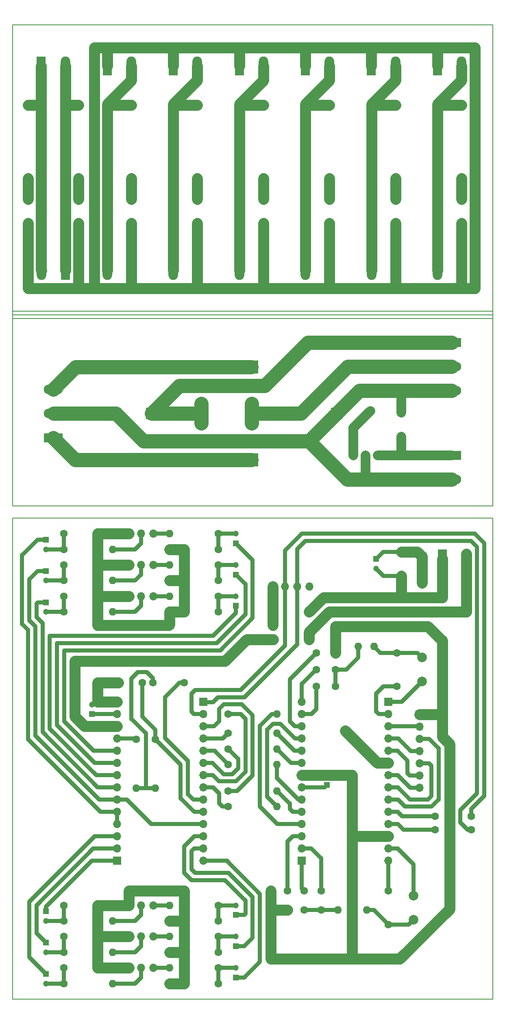
<source format=gbr>
%TF.GenerationSoftware,KiCad,Pcbnew,(6.0.9)*%
%TF.CreationDate,2022-12-30T20:19:07-03:00*%
%TF.ProjectId,Controller - Power Supply - Outputs,436f6e74-726f-46c6-9c65-72202d20506f,rev?*%
%TF.SameCoordinates,Original*%
%TF.FileFunction,Copper,L1,Top*%
%TF.FilePolarity,Positive*%
%FSLAX46Y46*%
G04 Gerber Fmt 4.6, Leading zero omitted, Abs format (unit mm)*
G04 Created by KiCad (PCBNEW (6.0.9)) date 2022-12-30 20:19:07*
%MOMM*%
%LPD*%
G01*
G04 APERTURE LIST*
%TA.AperFunction,NonConductor*%
%ADD10C,0.200000*%
%TD*%
%TA.AperFunction,ComponentPad*%
%ADD11R,1.200000X1.200000*%
%TD*%
%TA.AperFunction,ComponentPad*%
%ADD12C,1.200000*%
%TD*%
%TA.AperFunction,ComponentPad*%
%ADD13R,1.600000X1.600000*%
%TD*%
%TA.AperFunction,ComponentPad*%
%ADD14C,1.600000*%
%TD*%
%TA.AperFunction,ComponentPad*%
%ADD15R,3.960000X1.980000*%
%TD*%
%TA.AperFunction,ComponentPad*%
%ADD16O,3.960000X1.980000*%
%TD*%
%TA.AperFunction,ComponentPad*%
%ADD17O,1.600000X1.600000*%
%TD*%
%TA.AperFunction,ComponentPad*%
%ADD18R,2.800000X2.800000*%
%TD*%
%TA.AperFunction,ComponentPad*%
%ADD19O,2.800000X2.800000*%
%TD*%
%TA.AperFunction,ComponentPad*%
%ADD20R,1.980000X3.960000*%
%TD*%
%TA.AperFunction,ComponentPad*%
%ADD21O,1.980000X3.960000*%
%TD*%
%TA.AperFunction,ComponentPad*%
%ADD22R,1.700000X1.700000*%
%TD*%
%TA.AperFunction,ComponentPad*%
%ADD23O,1.700000X1.700000*%
%TD*%
%TA.AperFunction,ComponentPad*%
%ADD24C,2.000000*%
%TD*%
%TA.AperFunction,ComponentPad*%
%ADD25R,1.500000X1.500000*%
%TD*%
%TA.AperFunction,ComponentPad*%
%ADD26C,1.500000*%
%TD*%
%TA.AperFunction,ComponentPad*%
%ADD27R,2.400000X2.400000*%
%TD*%
%TA.AperFunction,ComponentPad*%
%ADD28C,2.400000*%
%TD*%
%TA.AperFunction,ViaPad*%
%ADD29C,1.600000*%
%TD*%
%TA.AperFunction,Conductor*%
%ADD30C,0.850000*%
%TD*%
%TA.AperFunction,Conductor*%
%ADD31C,2.250000*%
%TD*%
%TA.AperFunction,Conductor*%
%ADD32C,3.000000*%
%TD*%
%TA.AperFunction,Conductor*%
%ADD33C,2.000000*%
%TD*%
G04 APERTURE END LIST*
D10*
X55250000Y-134250000D02*
X155250000Y-134250000D01*
X155250000Y-134250000D02*
X155250000Y-234250000D01*
X155250000Y-234250000D02*
X55250000Y-234250000D01*
X55250000Y-234250000D02*
X55250000Y-134250000D01*
X155250000Y-91250000D02*
X55250000Y-91250000D01*
X155250000Y-92000000D02*
X55250000Y-92000000D01*
X155250000Y-92750000D02*
X55250000Y-92750000D01*
X55250000Y-31750000D02*
X155250000Y-31750000D01*
X155250000Y-31750000D02*
X155250000Y-131750000D01*
X155250000Y-131750000D02*
X55250000Y-131750000D01*
X55250000Y-131750000D02*
X55250000Y-31750000D01*
D11*
%TO.P,REF\u002A\u002A,1*%
%TO.N,N/C*%
X120750000Y-189750000D03*
D12*
%TO.P,REF\u002A\u002A,2*%
X120750000Y-187750000D03*
%TD*%
D13*
%TO.P,REF\u002A\u002A,1*%
%TO.N,N/C*%
X136250000Y-112347349D03*
D14*
%TO.P,REF\u002A\u002A,2*%
X136250000Y-117347349D03*
%TD*%
D15*
%TO.P,REF\u002A\u002A,1*%
%TO.N,N/C*%
X146750000Y-121235000D03*
D16*
%TO.P,REF\u002A\u002A,2*%
X146750000Y-126235000D03*
%TD*%
D14*
%TO.P,REF\u002A\u002A,1*%
%TO.N,N/C*%
X98080000Y-214750000D03*
D17*
%TO.P,REF\u002A\u002A,2*%
X87920000Y-214750000D03*
%TD*%
D15*
%TO.P,REF\u002A\u002A,1*%
%TO.N,N/C*%
X63740000Y-117545000D03*
D16*
%TO.P,REF\u002A\u002A,2*%
X63740000Y-112545000D03*
%TO.P,REF\u002A\u002A,3*%
X63740000Y-107545000D03*
%TD*%
D14*
%TO.P,REF\u002A\u002A,1*%
%TO.N,N/C*%
X148750000Y-63620000D03*
D17*
%TO.P,REF\u002A\u002A,2*%
X148750000Y-48380000D03*
%TD*%
D18*
%TO.P,REF\u002A\u002A,1*%
%TO.N,N/C*%
X105012755Y-122125000D03*
D19*
%TO.P,REF\u002A\u002A,2*%
X105012755Y-114505000D03*
%TD*%
D11*
%TO.P,REF\u002A\u002A,1*%
%TO.N,N/C*%
X101750000Y-223250000D03*
D12*
%TO.P,REF\u002A\u002A,2*%
X101750000Y-221250000D03*
%TD*%
D14*
%TO.P,REF\u002A\u002A,1*%
%TO.N,N/C*%
X121250000Y-63620000D03*
D17*
%TO.P,REF\u002A\u002A,2*%
X121250000Y-48380000D03*
%TD*%
D20*
%TO.P,REF\u002A\u002A,1*%
%TO.N,N/C*%
X129985000Y-40250000D03*
D21*
%TO.P,REF\u002A\u002A,2*%
X134985000Y-40250000D03*
%TD*%
D20*
%TO.P,REF\u002A\u002A,1*%
%TO.N,N/C*%
X88735000Y-40250000D03*
D21*
%TO.P,REF\u002A\u002A,2*%
X93735000Y-40250000D03*
%TD*%
D14*
%TO.P,REF\u002A\u002A,1*%
%TO.N,N/C*%
X100170000Y-190980000D03*
D17*
%TO.P,REF\u002A\u002A,2*%
X110330000Y-190980000D03*
%TD*%
D14*
%TO.P,REF\u002A\u002A,1*%
%TO.N,N/C*%
X65920000Y-144000000D03*
D17*
%TO.P,REF\u002A\u002A,2*%
X76080000Y-144000000D03*
%TD*%
D22*
%TO.P,REF\u002A\u002A,1*%
%TO.N,N/C*%
X79475000Y-227750000D03*
D23*
%TO.P,REF\u002A\u002A,2*%
X82015000Y-227750000D03*
%TO.P,REF\u002A\u002A,3*%
X84555000Y-227750000D03*
%TD*%
D14*
%TO.P,REF\u002A\u002A,1*%
%TO.N,N/C*%
X98080000Y-137500000D03*
D17*
%TO.P,REF\u002A\u002A,2*%
X87920000Y-137500000D03*
%TD*%
D20*
%TO.P,REF\u002A\u002A,1*%
%TO.N,N/C*%
X148750000Y-82750000D03*
D21*
%TO.P,REF\u002A\u002A,2*%
X143750000Y-82750000D03*
%TD*%
D14*
%TO.P,REF\u002A\u002A,1*%
%TO.N,N/C*%
X98080000Y-144000000D03*
D17*
%TO.P,REF\u002A\u002A,2*%
X87920000Y-144000000D03*
%TD*%
D14*
%TO.P,REF\u002A\u002A,1*%
%TO.N,N/C*%
X98080000Y-231000000D03*
D17*
%TO.P,REF\u002A\u002A,2*%
X87920000Y-231000000D03*
%TD*%
D14*
%TO.P,REF\u002A\u002A,1*%
%TO.N,N/C*%
X100170000Y-174980000D03*
D17*
%TO.P,REF\u002A\u002A,2*%
X110330000Y-174980000D03*
%TD*%
D22*
%TO.P,REF\u002A\u002A,1*%
%TO.N,N/C*%
X140000000Y-175030000D03*
D23*
%TO.P,REF\u002A\u002A,2*%
X140000000Y-177570000D03*
%TO.P,REF\u002A\u002A,3*%
X140000000Y-180110000D03*
%TO.P,REF\u002A\u002A,4*%
X140000000Y-182650000D03*
%TO.P,REF\u002A\u002A,5*%
X140000000Y-185190000D03*
%TO.P,REF\u002A\u002A,6*%
X140000000Y-187730000D03*
%TO.P,REF\u002A\u002A,7*%
X140000000Y-190270000D03*
%TD*%
D14*
%TO.P,REF\u002A\u002A,1*%
%TO.N,N/C*%
X65920000Y-150500000D03*
D17*
%TO.P,REF\u002A\u002A,2*%
X76080000Y-150500000D03*
%TD*%
D14*
%TO.P,REF\u002A\u002A,1*%
%TO.N,N/C*%
X81000000Y-180230000D03*
D17*
%TO.P,REF\u002A\u002A,2*%
X81000000Y-190390000D03*
%TD*%
D20*
%TO.P,REF\u002A\u002A,1*%
%TO.N,N/C*%
X116235000Y-40250000D03*
D21*
%TO.P,REF\u002A\u002A,2*%
X121235000Y-40250000D03*
%TD*%
D20*
%TO.P,REF\u002A\u002A,1*%
%TO.N,N/C*%
X102485000Y-40250000D03*
D21*
%TO.P,REF\u002A\u002A,2*%
X107485000Y-40250000D03*
%TD*%
D24*
%TO.P,REF\u002A\u002A,1*%
%TO.N,N/C*%
X121250000Y-73000000D03*
%TO.P,REF\u002A\u002A,2*%
X121250000Y-68000000D03*
%TD*%
D11*
%TO.P,REF\u002A\u002A,1*%
%TO.N,N/C*%
X62250000Y-229000000D03*
D12*
%TO.P,REF\u002A\u002A,2*%
X62250000Y-231000000D03*
%TD*%
D14*
%TO.P,REF\u002A\u002A,1*%
%TO.N,N/C*%
X100170000Y-178980000D03*
D17*
%TO.P,REF\u002A\u002A,2*%
X110330000Y-178980000D03*
%TD*%
D14*
%TO.P,REF\u002A\u002A,1*%
%TO.N,N/C*%
X100170000Y-194230000D03*
D17*
%TO.P,REF\u002A\u002A,2*%
X110330000Y-194230000D03*
%TD*%
D11*
%TO.P,REF\u002A\u002A,1*%
%TO.N,N/C*%
X101750000Y-146000000D03*
D12*
%TO.P,REF\u002A\u002A,2*%
X101750000Y-144000000D03*
%TD*%
D24*
%TO.P,REF\u002A\u002A,1*%
%TO.N,N/C*%
X148750000Y-73000000D03*
%TO.P,REF\u002A\u002A,2*%
X148750000Y-68000000D03*
%TD*%
D20*
%TO.P,REF\u002A\u002A,1*%
%TO.N,N/C*%
X61235000Y-40250000D03*
D21*
%TO.P,REF\u002A\u002A,2*%
X66235000Y-40250000D03*
%TD*%
D20*
%TO.P,REF\u002A\u002A,1*%
%TO.N,N/C*%
X121250000Y-82750000D03*
D21*
%TO.P,REF\u002A\u002A,2*%
X116250000Y-82750000D03*
%TD*%
D20*
%TO.P,REF\u002A\u002A,1*%
%TO.N,N/C*%
X107500000Y-82750000D03*
D21*
%TO.P,REF\u002A\u002A,2*%
X102500000Y-82750000D03*
%TD*%
D11*
%TO.P,REF\u002A\u002A,1*%
%TO.N,N/C*%
X62250000Y-145250000D03*
D12*
%TO.P,REF\u002A\u002A,2*%
X62250000Y-147250000D03*
%TD*%
D14*
%TO.P,REF\u002A\u002A,1*%
%TO.N,N/C*%
X135000000Y-63620000D03*
D17*
%TO.P,REF\u002A\u002A,2*%
X135000000Y-48380000D03*
%TD*%
D18*
%TO.P,REF\u002A\u002A,1*%
%TO.N,N/C*%
X94512755Y-102870000D03*
D19*
%TO.P,REF\u002A\u002A,2*%
X94512755Y-110490000D03*
%TD*%
D14*
%TO.P,REF\u002A\u002A,1*%
%TO.N,N/C*%
X98080000Y-153750000D03*
D17*
%TO.P,REF\u002A\u002A,2*%
X87920000Y-153750000D03*
%TD*%
D11*
%TO.P,REF\u002A\u002A,1*%
%TO.N,N/C*%
X101750000Y-152500000D03*
D12*
%TO.P,REF\u002A\u002A,2*%
X101750000Y-150500000D03*
%TD*%
D20*
%TO.P,REF\u002A\u002A,1*%
%TO.N,N/C*%
X93750000Y-82750000D03*
D21*
%TO.P,REF\u002A\u002A,2*%
X88750000Y-82750000D03*
%TD*%
D24*
%TO.P,REF\u002A\u002A,1*%
%TO.N,N/C*%
X69000000Y-73000000D03*
%TO.P,REF\u002A\u002A,2*%
X69000000Y-68000000D03*
%TD*%
%TO.P,REF\u002A\u002A,1*%
%TO.N,N/C*%
X93750000Y-73000000D03*
%TO.P,REF\u002A\u002A,2*%
X93750000Y-68000000D03*
%TD*%
D14*
%TO.P,REF\u002A\u002A,1*%
%TO.N,N/C*%
X107500000Y-63620000D03*
D17*
%TO.P,REF\u002A\u002A,2*%
X107500000Y-48380000D03*
%TD*%
D14*
%TO.P,REF\u002A\u002A,1*%
%TO.N,N/C*%
X58500000Y-63620000D03*
D17*
%TO.P,REF\u002A\u002A,2*%
X58500000Y-48380000D03*
%TD*%
D20*
%TO.P,REF\u002A\u002A,1*%
%TO.N,N/C*%
X135000000Y-82750000D03*
D21*
%TO.P,REF\u002A\u002A,2*%
X130000000Y-82750000D03*
%TD*%
D14*
%TO.P,REF\u002A\u002A,1*%
%TO.N,N/C*%
X65920000Y-227750000D03*
D17*
%TO.P,REF\u002A\u002A,2*%
X76080000Y-227750000D03*
%TD*%
D14*
%TO.P,REF\u002A\u002A,1*%
%TO.N,N/C*%
X80000000Y-63620000D03*
D17*
%TO.P,REF\u002A\u002A,2*%
X80000000Y-48380000D03*
%TD*%
D11*
%TO.P,REF\u002A\u002A,1*%
%TO.N,N/C*%
X62250000Y-151750000D03*
D12*
%TO.P,REF\u002A\u002A,2*%
X62250000Y-153750000D03*
%TD*%
D11*
%TO.P,REF\u002A\u002A,1*%
%TO.N,N/C*%
X62250000Y-138750000D03*
D12*
%TO.P,REF\u002A\u002A,2*%
X62250000Y-140750000D03*
%TD*%
D14*
%TO.P,REF\u002A\u002A,1*%
%TO.N,N/C*%
X98080000Y-150500000D03*
D17*
%TO.P,REF\u002A\u002A,2*%
X87920000Y-150500000D03*
%TD*%
D20*
%TO.P,REF\u002A\u002A,1*%
%TO.N,N/C*%
X74985000Y-40250000D03*
D21*
%TO.P,REF\u002A\u002A,2*%
X79985000Y-40250000D03*
%TD*%
D22*
%TO.P,REF\u002A\u002A,1*%
%TO.N,N/C*%
X79475000Y-144000000D03*
D23*
%TO.P,REF\u002A\u002A,2*%
X82015000Y-144000000D03*
%TO.P,REF\u002A\u002A,3*%
X84555000Y-144000000D03*
%TD*%
D22*
%TO.P,REF\u002A\u002A,1*%
%TO.N,N/C*%
X79475000Y-221250000D03*
D23*
%TO.P,REF\u002A\u002A,2*%
X82015000Y-221250000D03*
%TO.P,REF\u002A\u002A,3*%
X84555000Y-221250000D03*
%TD*%
D24*
%TO.P,REF\u002A\u002A,1*%
%TO.N,N/C*%
X136250000Y-141250000D03*
%TO.P,REF\u002A\u002A,2*%
X136250000Y-146250000D03*
%TD*%
D14*
%TO.P,REF\u002A\u002A,1*%
%TO.N,N/C*%
X98080000Y-227750000D03*
D17*
%TO.P,REF\u002A\u002A,2*%
X87920000Y-227750000D03*
%TD*%
D14*
%TO.P,REF\u002A\u002A,1*%
%TO.N,N/C*%
X65920000Y-224500000D03*
D17*
%TO.P,REF\u002A\u002A,2*%
X76080000Y-224500000D03*
%TD*%
D24*
%TO.P,REF\u002A\u002A,1*%
%TO.N,N/C*%
X135000000Y-73000000D03*
%TO.P,REF\u002A\u002A,2*%
X135000000Y-68000000D03*
%TD*%
D22*
%TO.P,REF\u002A\u002A,1*%
%TO.N,N/C*%
X79500000Y-214750000D03*
D23*
%TO.P,REF\u002A\u002A,2*%
X82040000Y-214750000D03*
%TO.P,REF\u002A\u002A,3*%
X84580000Y-214750000D03*
%TD*%
D11*
%TO.P,REF\u002A\u002A,1*%
%TO.N,N/C*%
X101750000Y-216750000D03*
D12*
%TO.P,REF\u002A\u002A,2*%
X101750000Y-214750000D03*
%TD*%
D20*
%TO.P,REF\u002A\u002A,1*%
%TO.N,N/C*%
X66250000Y-82750000D03*
D21*
%TO.P,REF\u002A\u002A,2*%
X61250000Y-82750000D03*
%TD*%
D14*
%TO.P,REF\u002A\u002A,1*%
%TO.N,N/C*%
X100170000Y-182230000D03*
D17*
%TO.P,REF\u002A\u002A,2*%
X110330000Y-182230000D03*
%TD*%
D11*
%TO.P,REF\u002A\u002A,1*%
%TO.N,N/C*%
X101750000Y-139500000D03*
D12*
%TO.P,REF\u002A\u002A,2*%
X101750000Y-137500000D03*
%TD*%
D14*
%TO.P,REF\u002A\u002A,1*%
%TO.N,N/C*%
X65920000Y-153750000D03*
D17*
%TO.P,REF\u002A\u002A,2*%
X76080000Y-153750000D03*
%TD*%
D14*
%TO.P,REF\u002A\u002A,1*%
%TO.N,N/C*%
X98080000Y-224500000D03*
D17*
%TO.P,REF\u002A\u002A,2*%
X87920000Y-224500000D03*
%TD*%
D14*
%TO.P,REF\u002A\u002A,1*%
%TO.N,N/C*%
X127250000Y-150750000D03*
D17*
%TO.P,REF\u002A\u002A,2*%
X127250000Y-160910000D03*
%TD*%
D14*
%TO.P,REF\u002A\u002A,1*%
%TO.N,N/C*%
X65920000Y-231000000D03*
D17*
%TO.P,REF\u002A\u002A,2*%
X76080000Y-231000000D03*
%TD*%
D14*
%TO.P,REF\u002A\u002A,1*%
%TO.N,N/C*%
X123000000Y-225910000D03*
D17*
%TO.P,REF\u002A\u002A,2*%
X123000000Y-215750000D03*
%TD*%
D25*
%TO.P,REF\u002A\u002A,1*%
%TO.N,N/C*%
X131300000Y-121200000D03*
D26*
%TO.P,REF\u002A\u002A,2*%
X128760000Y-121200000D03*
%TO.P,REF\u002A\u002A,3*%
X126220000Y-121200000D03*
%TD*%
D18*
%TO.P,REF\u002A\u002A,1*%
%TO.N,N/C*%
X94512755Y-122120000D03*
D19*
%TO.P,REF\u002A\u002A,2*%
X94512755Y-114500000D03*
%TD*%
D11*
%TO.P,REF\u002A\u002A,1*%
%TO.N,N/C*%
X62250000Y-222500000D03*
D12*
%TO.P,REF\u002A\u002A,2*%
X62250000Y-224500000D03*
%TD*%
D24*
%TO.P,REF\u002A\u002A,1*%
%TO.N,N/C*%
X58500000Y-73000000D03*
%TO.P,REF\u002A\u002A,2*%
X58500000Y-68000000D03*
%TD*%
D15*
%TO.P,REF\u002A\u002A,1*%
%TO.N,N/C*%
X146750000Y-97750000D03*
D16*
%TO.P,REF\u002A\u002A,2*%
X146750000Y-102750000D03*
%TO.P,REF\u002A\u002A,3*%
X146750000Y-107750000D03*
%TD*%
D22*
%TO.P,REF\u002A\u002A,1*%
%TO.N,N/C*%
X95000000Y-172480000D03*
D23*
%TO.P,REF\u002A\u002A,2*%
X95000000Y-175020000D03*
%TO.P,REF\u002A\u002A,3*%
X95000000Y-177560000D03*
%TO.P,REF\u002A\u002A,4*%
X95000000Y-180100000D03*
%TO.P,REF\u002A\u002A,5*%
X95000000Y-182640000D03*
%TO.P,REF\u002A\u002A,6*%
X95000000Y-185180000D03*
%TO.P,REF\u002A\u002A,7*%
X95000000Y-187720000D03*
%TO.P,REF\u002A\u002A,8*%
X95000000Y-190260000D03*
%TO.P,REF\u002A\u002A,9*%
X95000000Y-192800000D03*
%TO.P,REF\u002A\u002A,10*%
X95000000Y-195340000D03*
%TO.P,REF\u002A\u002A,11*%
X95000000Y-197880000D03*
%TO.P,REF\u002A\u002A,12*%
X95000000Y-200420000D03*
%TO.P,REF\u002A\u002A,13*%
X95000000Y-202960000D03*
%TO.P,REF\u002A\u002A,14*%
X95000000Y-205500000D03*
%TD*%
D14*
%TO.P,REF\u002A\u002A,1*%
%TO.N,N/C*%
X65920000Y-147250000D03*
D17*
%TO.P,REF\u002A\u002A,2*%
X76080000Y-147250000D03*
%TD*%
D27*
%TO.P,REF\u002A\u002A,1*%
%TO.N,N/C*%
X84262755Y-112500000D03*
D28*
%TO.P,REF\u002A\u002A,2*%
X76762755Y-112500000D03*
%TD*%
D14*
%TO.P,REF\u002A\u002A,1*%
%TO.N,N/C*%
X93750000Y-63620000D03*
D17*
%TO.P,REF\u002A\u002A,2*%
X93750000Y-48380000D03*
%TD*%
D14*
%TO.P,REF\u002A\u002A,1*%
%TO.N,N/C*%
X98080000Y-221250000D03*
D17*
%TO.P,REF\u002A\u002A,2*%
X87920000Y-221250000D03*
%TD*%
D22*
%TO.P,REF\u002A\u002A,1*%
%TO.N,N/C*%
X109450000Y-148500000D03*
D23*
%TO.P,REF\u002A\u002A,2*%
X111990000Y-148500000D03*
%TO.P,REF\u002A\u002A,3*%
X114530000Y-148500000D03*
%TO.P,REF\u002A\u002A,4*%
X117070000Y-148500000D03*
%TD*%
D14*
%TO.P,REF\u002A\u002A,1*%
%TO.N,N/C*%
X100170000Y-185480000D03*
D17*
%TO.P,REF\u002A\u002A,2*%
X110330000Y-185480000D03*
%TD*%
D24*
%TO.P,REF\u002A\u002A,1*%
%TO.N,N/C*%
X140500000Y-168250000D03*
%TO.P,REF\u002A\u002A,2*%
X140500000Y-163250000D03*
%TD*%
D11*
%TO.P,REF\u002A\u002A,1*%
%TO.N,N/C*%
X131000000Y-142750000D03*
D12*
%TO.P,REF\u002A\u002A,2*%
X131000000Y-144750000D03*
%TD*%
D14*
%TO.P,REF\u002A\u002A,1*%
%TO.N,N/C*%
X130500000Y-150750000D03*
D17*
%TO.P,REF\u002A\u002A,2*%
X130500000Y-160910000D03*
%TD*%
D14*
%TO.P,REF\u002A\u002A,1*%
%TO.N,N/C*%
X98080000Y-218000000D03*
D17*
%TO.P,REF\u002A\u002A,2*%
X87920000Y-218000000D03*
%TD*%
D27*
%TO.P,REF\u002A\u002A,1*%
%TO.N,N/C*%
X122762755Y-112500000D03*
D28*
%TO.P,REF\u002A\u002A,2*%
X115262755Y-112500000D03*
%TD*%
D14*
%TO.P,REF\u002A\u002A,1*%
%TO.N,N/C*%
X85000000Y-180230000D03*
D17*
%TO.P,REF\u002A\u002A,2*%
X85000000Y-190390000D03*
%TD*%
D14*
%TO.P,REF\u002A\u002A,1*%
%TO.N,N/C*%
X129000000Y-225910000D03*
D17*
%TO.P,REF\u002A\u002A,2*%
X129000000Y-215750000D03*
%TD*%
D24*
%TO.P,REF\u002A\u002A,1*%
%TO.N,N/C*%
X138750000Y-217750000D03*
%TO.P,REF\u002A\u002A,2*%
X138750000Y-212750000D03*
%TD*%
D11*
%TO.P,REF\u002A\u002A,1*%
%TO.N,N/C*%
X101750000Y-229750000D03*
D12*
%TO.P,REF\u002A\u002A,2*%
X101750000Y-227750000D03*
%TD*%
D14*
%TO.P,REF\u002A\u002A,1*%
%TO.N,N/C*%
X65920000Y-221250000D03*
D17*
%TO.P,REF\u002A\u002A,2*%
X76080000Y-221250000D03*
%TD*%
D22*
%TO.P,REF\u002A\u002A,1*%
%TO.N,N/C*%
X79475000Y-150500000D03*
D23*
%TO.P,REF\u002A\u002A,2*%
X82015000Y-150500000D03*
%TO.P,REF\u002A\u002A,3*%
X84555000Y-150500000D03*
%TD*%
D14*
%TO.P,REF\u002A\u002A,1*%
%TO.N,N/C*%
X65920000Y-214750000D03*
D17*
%TO.P,REF\u002A\u002A,2*%
X76080000Y-214750000D03*
%TD*%
D20*
%TO.P,REF\u002A\u002A,1*%
%TO.N,N/C*%
X80000000Y-82750000D03*
D21*
%TO.P,REF\u002A\u002A,2*%
X75000000Y-82750000D03*
%TD*%
D11*
%TO.P,REF\u002A\u002A,1*%
%TO.N,N/C*%
X62250000Y-216000000D03*
D12*
%TO.P,REF\u002A\u002A,2*%
X62250000Y-218000000D03*
%TD*%
D14*
%TO.P,REF\u002A\u002A,1*%
%TO.N,N/C*%
X65920000Y-218000000D03*
D17*
%TO.P,REF\u002A\u002A,2*%
X76080000Y-218000000D03*
%TD*%
D24*
%TO.P,REF\u002A\u002A,1*%
%TO.N,N/C*%
X80000000Y-73000000D03*
%TO.P,REF\u002A\u002A,2*%
X80000000Y-68000000D03*
%TD*%
D14*
%TO.P,REF\u002A\u002A,1*%
%TO.N,N/C*%
X65920000Y-137500000D03*
D17*
%TO.P,REF\u002A\u002A,2*%
X76080000Y-137500000D03*
%TD*%
D14*
%TO.P,REF\u002A\u002A,1*%
%TO.N,N/C*%
X98080000Y-147250000D03*
D17*
%TO.P,REF\u002A\u002A,2*%
X87920000Y-147250000D03*
%TD*%
D14*
%TO.P,REF\u002A\u002A,1*%
%TO.N,N/C*%
X98080000Y-140750000D03*
D17*
%TO.P,REF\u002A\u002A,2*%
X87920000Y-140750000D03*
%TD*%
D11*
%TO.P,REF\u002A\u002A,1*%
%TO.N,N/C*%
X71750000Y-175000000D03*
D12*
%TO.P,REF\u002A\u002A,2*%
X71750000Y-173000000D03*
%TD*%
D22*
%TO.P,REF\u002A\u002A,1*%
%TO.N,N/C*%
X79475000Y-137500000D03*
D23*
%TO.P,REF\u002A\u002A,2*%
X82015000Y-137500000D03*
%TO.P,REF\u002A\u002A,3*%
X84555000Y-137500000D03*
%TD*%
D14*
%TO.P,REF\u002A\u002A,1*%
%TO.N,N/C*%
X69000000Y-63620000D03*
D17*
%TO.P,REF\u002A\u002A,2*%
X69000000Y-48380000D03*
%TD*%
D18*
%TO.P,REF\u002A\u002A,1*%
%TO.N,N/C*%
X105012755Y-102875000D03*
D19*
%TO.P,REF\u002A\u002A,2*%
X105012755Y-110495000D03*
%TD*%
D24*
%TO.P,REF\u002A\u002A,1*%
%TO.N,N/C*%
X107500000Y-73000000D03*
%TO.P,REF\u002A\u002A,2*%
X107500000Y-68000000D03*
%TD*%
D20*
%TO.P,REF\u002A\u002A,1*%
%TO.N,N/C*%
X143735000Y-40250000D03*
D21*
%TO.P,REF\u002A\u002A,2*%
X148735000Y-40250000D03*
%TD*%
D20*
%TO.P,REF\u002A\u002A,1*%
%TO.N,N/C*%
X144735000Y-142750000D03*
D21*
%TO.P,REF\u002A\u002A,2*%
X149735000Y-142750000D03*
%TD*%
D22*
%TO.P,REF\u002A\u002A,1*%
%TO.N,N/C*%
X77000000Y-205470000D03*
D23*
%TO.P,REF\u002A\u002A,2*%
X77000000Y-202930000D03*
%TO.P,REF\u002A\u002A,3*%
X77000000Y-200390000D03*
%TO.P,REF\u002A\u002A,4*%
X77000000Y-197850000D03*
%TO.P,REF\u002A\u002A,5*%
X77000000Y-195310000D03*
%TO.P,REF\u002A\u002A,6*%
X77000000Y-192770000D03*
%TO.P,REF\u002A\u002A,7*%
X77000000Y-190230000D03*
%TO.P,REF\u002A\u002A,8*%
X77000000Y-187690000D03*
%TO.P,REF\u002A\u002A,9*%
X77000000Y-185150000D03*
%TO.P,REF\u002A\u002A,10*%
X77000000Y-182610000D03*
%TO.P,REF\u002A\u002A,11*%
X77000000Y-180070000D03*
%TO.P,REF\u002A\u002A,12*%
X77000000Y-177530000D03*
%TO.P,REF\u002A\u002A,13*%
X77000000Y-174990000D03*
%TO.P,REF\u002A\u002A,14*%
X77000000Y-172450000D03*
%TD*%
D22*
%TO.P,REF\u002A\u002A,1*%
%TO.N,N/C*%
X133500000Y-172480000D03*
D23*
%TO.P,REF\u002A\u002A,2*%
X133500000Y-175020000D03*
%TO.P,REF\u002A\u002A,3*%
X133500000Y-177560000D03*
%TO.P,REF\u002A\u002A,4*%
X133500000Y-180100000D03*
%TO.P,REF\u002A\u002A,5*%
X133500000Y-182640000D03*
%TO.P,REF\u002A\u002A,6*%
X133500000Y-185180000D03*
%TO.P,REF\u002A\u002A,7*%
X133500000Y-187720000D03*
%TO.P,REF\u002A\u002A,8*%
X133500000Y-190260000D03*
%TO.P,REF\u002A\u002A,9*%
X133500000Y-192800000D03*
%TO.P,REF\u002A\u002A,10*%
X133500000Y-195340000D03*
%TO.P,REF\u002A\u002A,11*%
X133500000Y-197880000D03*
%TO.P,REF\u002A\u002A,12*%
X133500000Y-200420000D03*
%TO.P,REF\u002A\u002A,13*%
X133500000Y-202960000D03*
%TO.P,REF\u002A\u002A,14*%
X133500000Y-205500000D03*
%TD*%
D14*
%TO.P,REF\u002A\u002A,1*%
%TO.N,N/C*%
X65920000Y-140750000D03*
D17*
%TO.P,REF\u002A\u002A,2*%
X76080000Y-140750000D03*
%TD*%
D22*
%TO.P,REF\u002A\u002A,1*%
%TO.N,N/C*%
X115500000Y-205480000D03*
D23*
%TO.P,REF\u002A\u002A,2*%
X115500000Y-202940000D03*
%TO.P,REF\u002A\u002A,3*%
X115500000Y-200400000D03*
%TO.P,REF\u002A\u002A,4*%
X115500000Y-197860000D03*
%TO.P,REF\u002A\u002A,5*%
X115500000Y-195320000D03*
%TO.P,REF\u002A\u002A,6*%
X115500000Y-192780000D03*
%TO.P,REF\u002A\u002A,7*%
X115500000Y-190240000D03*
%TO.P,REF\u002A\u002A,8*%
X115500000Y-187700000D03*
%TO.P,REF\u002A\u002A,9*%
X115500000Y-185160000D03*
%TO.P,REF\u002A\u002A,10*%
X115500000Y-182620000D03*
%TO.P,REF\u002A\u002A,11*%
X115500000Y-180080000D03*
%TO.P,REF\u002A\u002A,12*%
X115500000Y-177540000D03*
%TO.P,REF\u002A\u002A,13*%
X115500000Y-175000000D03*
%TO.P,REF\u002A\u002A,14*%
X115500000Y-172460000D03*
%TD*%
D29*
%TO.N,*%
X140500000Y-147750000D03*
X140500000Y-153750000D03*
X143250000Y-199000000D03*
X143250000Y-196250000D03*
X150750000Y-199000000D03*
X150750000Y-196250000D03*
X118500000Y-165750000D03*
X87750000Y-156500000D03*
X109450000Y-156500000D03*
X133500000Y-211750000D03*
X91000000Y-168500000D03*
X117000000Y-159500000D03*
X129750000Y-97750000D03*
X109500000Y-159500000D03*
X77250000Y-168500000D03*
X133500000Y-218750000D03*
X129750000Y-112000000D03*
X73000000Y-156500000D03*
X82250000Y-168500000D03*
X135250000Y-169250000D03*
X119500000Y-215750000D03*
X73000000Y-168500000D03*
X118500000Y-169250000D03*
X117000000Y-153750000D03*
X122500000Y-162250000D03*
X122500000Y-165750000D03*
X116000000Y-215750000D03*
X119500000Y-211750000D03*
X91000000Y-211750000D03*
X84500000Y-168500000D03*
X124500000Y-153750000D03*
X144750000Y-159750000D03*
X116000000Y-211750000D03*
X109000000Y-211750000D03*
X144750000Y-150750000D03*
X124500000Y-178500000D03*
X122500000Y-169250000D03*
X135250000Y-162250000D03*
X109500000Y-153750000D03*
X118500000Y-162250000D03*
X112500000Y-215750000D03*
X112500000Y-211750000D03*
%TD*%
D30*
%TO.N,*%
X111990000Y-141010000D02*
X111990000Y-148500000D01*
X151500000Y-137500000D02*
X115500000Y-137500000D01*
X153500000Y-139500000D02*
X151500000Y-137500000D01*
X150750000Y-194750000D02*
X153500000Y-192000000D01*
X150750000Y-196250000D02*
X150750000Y-194750000D01*
X153500000Y-192000000D02*
X153500000Y-139500000D01*
X115500000Y-137500000D02*
X111990000Y-141010000D01*
X114530000Y-140720000D02*
X114530000Y-148500000D01*
X116250000Y-139000000D02*
X114530000Y-140720000D01*
X150750000Y-139000000D02*
X116250000Y-139000000D01*
X152000000Y-191500000D02*
X152000000Y-140250000D01*
X152000000Y-140250000D02*
X150750000Y-139000000D01*
X148500000Y-197500000D02*
X148500000Y-195000000D01*
X148500000Y-195000000D02*
X152000000Y-191500000D01*
X150750000Y-199000000D02*
X150000000Y-199000000D01*
X150000000Y-199000000D02*
X148500000Y-197500000D01*
D31*
X136250000Y-150750000D02*
X136250000Y-146250000D01*
X136250000Y-150750000D02*
X120000000Y-150750000D01*
X144750000Y-150750000D02*
X136250000Y-150750000D01*
X139500000Y-141250000D02*
X136250000Y-141250000D01*
X140500000Y-142250000D02*
X139500000Y-141250000D01*
X140500000Y-147750000D02*
X140500000Y-142250000D01*
D30*
X136625000Y-199000000D02*
X135505000Y-197880000D01*
X143250000Y-199000000D02*
X136625000Y-199000000D01*
X135505000Y-197880000D02*
X133500000Y-197880000D01*
X136375000Y-196250000D02*
X135465000Y-195340000D01*
X135465000Y-195340000D02*
X133500000Y-195340000D01*
X143250000Y-196250000D02*
X136375000Y-196250000D01*
X103500000Y-171500000D02*
X114530000Y-160470000D01*
X114530000Y-160470000D02*
X114530000Y-148500000D01*
X97000000Y-172500000D02*
X98000000Y-171500000D01*
X98000000Y-171500000D02*
X103500000Y-171500000D01*
X95020000Y-172500000D02*
X97000000Y-172500000D01*
X95000000Y-172480000D02*
X95020000Y-172500000D01*
X92500000Y-170750000D02*
X93250000Y-170000000D01*
X92500000Y-174500000D02*
X92500000Y-170750000D01*
X102750000Y-170000000D02*
X111990000Y-160760000D01*
X93020000Y-175020000D02*
X92500000Y-174500000D01*
X95000000Y-175020000D02*
X93020000Y-175020000D01*
X93250000Y-170000000D02*
X102750000Y-170000000D01*
X111990000Y-160760000D02*
X111990000Y-148500000D01*
D31*
X109450000Y-156500000D02*
X109450000Y-148500000D01*
D30*
X115500000Y-190240000D02*
X120260000Y-190240000D01*
X120260000Y-190240000D02*
X120750000Y-189750000D01*
D31*
X126000000Y-187700000D02*
X115500000Y-187700000D01*
X126000000Y-200250000D02*
X126000000Y-187700000D01*
X126170000Y-200420000D02*
X126000000Y-200250000D01*
X133500000Y-200420000D02*
X126170000Y-200420000D01*
X88750000Y-40235000D02*
X88735000Y-40250000D01*
X88750000Y-36500000D02*
X74985000Y-36500000D01*
X88750000Y-36500000D02*
X88750000Y-40235000D01*
X102500000Y-36500000D02*
X88750000Y-36500000D01*
D30*
X72400000Y-185150000D02*
X77000000Y-185150000D01*
X82015000Y-221250000D02*
X82000000Y-221265000D01*
X62250000Y-215000000D02*
X62250000Y-216000000D01*
D31*
X121250000Y-63620000D02*
X121250000Y-68000000D01*
X126160000Y-225910000D02*
X129000000Y-225910000D01*
X117000000Y-158000000D02*
X121250000Y-153750000D01*
D30*
X87920000Y-214750000D02*
X84580000Y-214750000D01*
X65920000Y-153750000D02*
X62250000Y-153750000D01*
X76080000Y-153750000D02*
X80765000Y-153750000D01*
X135620000Y-180100000D02*
X133500000Y-180100000D01*
X73560000Y-195310000D02*
X77000000Y-195310000D01*
X82040000Y-214750000D02*
X82040000Y-216710000D01*
X65920000Y-147250000D02*
X62250000Y-147250000D01*
X144000000Y-192730000D02*
X144000000Y-182105000D01*
X135510000Y-190260000D02*
X137980000Y-192730000D01*
D31*
X75000000Y-48250000D02*
X79985000Y-43265000D01*
D32*
X136250000Y-107750000D02*
X146750000Y-107750000D01*
D30*
X61500000Y-178750000D02*
X72980000Y-190230000D01*
X58500000Y-180250000D02*
X73560000Y-195310000D01*
X98250000Y-176480000D02*
X97170000Y-177560000D01*
D33*
X129750000Y-112000000D02*
X126250000Y-115500000D01*
D31*
X73000000Y-144000000D02*
X76080000Y-144000000D01*
D32*
X127500000Y-107750000D02*
X136250000Y-107750000D01*
D31*
X91000000Y-140750000D02*
X91000000Y-147250000D01*
D30*
X116000000Y-215750000D02*
X119500000Y-215750000D01*
X103750000Y-148000000D02*
X103750000Y-154250000D01*
D32*
X107750000Y-106750000D02*
X116750000Y-97750000D01*
D30*
X142500000Y-192000000D02*
X142500000Y-185730000D01*
X115500000Y-202940000D02*
X117440000Y-202940000D01*
X92925000Y-192800000D02*
X95000000Y-192800000D01*
D31*
X61235000Y-48265000D02*
X61235000Y-82735000D01*
D32*
X94500000Y-112500000D02*
X84262755Y-112500000D01*
D30*
X84555000Y-221250000D02*
X87920000Y-221250000D01*
X99875000Y-205500000D02*
X98375000Y-205500000D01*
D31*
X117000000Y-159500000D02*
X117000000Y-158000000D01*
D30*
X110330000Y-194230000D02*
X108250000Y-192150000D01*
X65920000Y-214750000D02*
X65920000Y-218000000D01*
D31*
X109000000Y-215750000D02*
X109000000Y-225910000D01*
D30*
X66000000Y-161750000D02*
X66000000Y-176500000D01*
D31*
X144750000Y-170280000D02*
X144750000Y-175000000D01*
D30*
X65920000Y-221250000D02*
X65920000Y-224500000D01*
X109250000Y-174980000D02*
X106750000Y-177480000D01*
X103000000Y-172980000D02*
X99250000Y-172980000D01*
D31*
X135000000Y-86500000D02*
X148750000Y-86500000D01*
D30*
X113000000Y-194750000D02*
X113000000Y-193650000D01*
D31*
X93750000Y-86500000D02*
X107500000Y-86500000D01*
D30*
X144000000Y-182105000D02*
X142005000Y-180110000D01*
D32*
X84262755Y-112500000D02*
X90012755Y-106750000D01*
D30*
X132500000Y-169250000D02*
X135250000Y-169250000D01*
X84555000Y-227750000D02*
X87920000Y-227750000D01*
X106750000Y-226500000D02*
X106750000Y-212375000D01*
X136980000Y-194230000D02*
X142500000Y-194230000D01*
X108250000Y-178230000D02*
X109500000Y-176980000D01*
D31*
X80000000Y-63620000D02*
X80000000Y-68000000D01*
D30*
X98500000Y-161750000D02*
X66000000Y-161750000D01*
X133500000Y-205500000D02*
X133500000Y-211750000D01*
X71780000Y-205470000D02*
X62250000Y-215000000D01*
D33*
X128750000Y-126347349D02*
X128750000Y-121210000D01*
D30*
X136270000Y-172480000D02*
X140500000Y-168250000D01*
X90250000Y-185480000D02*
X90250000Y-192500000D01*
X115500000Y-211250000D02*
X115500000Y-205480000D01*
D31*
X116250000Y-48250000D02*
X116380000Y-48380000D01*
X130000000Y-48500000D02*
X130000000Y-48250000D01*
D30*
X82040000Y-216710000D02*
X80750000Y-218000000D01*
D31*
X66235000Y-48235000D02*
X66235000Y-82735000D01*
D30*
X110380000Y-197860000D02*
X115500000Y-197860000D01*
X95000000Y-190260000D02*
X97010000Y-190260000D01*
X114100000Y-180080000D02*
X115500000Y-180080000D01*
X133500000Y-218750000D02*
X130500000Y-215750000D01*
X66000000Y-176500000D02*
X72110000Y-182610000D01*
X131000000Y-170750000D02*
X132500000Y-169250000D01*
X142005000Y-180110000D02*
X140000000Y-180110000D01*
X91750000Y-191625000D02*
X92925000Y-192800000D01*
D32*
X122762755Y-112487245D02*
X127500000Y-107750000D01*
D31*
X126000000Y-225750000D02*
X126160000Y-225910000D01*
D30*
X82015000Y-146000000D02*
X80765000Y-147250000D01*
D32*
X131235000Y-126235000D02*
X134735000Y-126235000D01*
X125012755Y-102750000D02*
X146750000Y-102750000D01*
D30*
X103500000Y-223250000D02*
X105250000Y-221500000D01*
X113000000Y-167750000D02*
X118500000Y-162250000D01*
X93250000Y-208000000D02*
X92500000Y-207250000D01*
D31*
X109000000Y-211750000D02*
X109000000Y-215750000D01*
X73000000Y-214750000D02*
X76080000Y-214750000D01*
X66235000Y-82735000D02*
X66250000Y-82750000D01*
D30*
X93090000Y-195340000D02*
X95000000Y-195340000D01*
D31*
X130130000Y-48380000D02*
X135000000Y-48380000D01*
X74985000Y-36500000D02*
X72250000Y-36500000D01*
X107500000Y-86500000D02*
X121250000Y-86500000D01*
X91000000Y-218000000D02*
X91000000Y-211750000D01*
D30*
X72360000Y-200390000D02*
X77000000Y-200390000D01*
X65920000Y-144000000D02*
X65920000Y-147250000D01*
X98080000Y-153750000D02*
X98080000Y-150500000D01*
X119500000Y-215750000D02*
X123000000Y-215750000D01*
D32*
X105025510Y-112500000D02*
X115262755Y-112500000D01*
D30*
X110330000Y-188310000D02*
X110330000Y-185480000D01*
D31*
X73000000Y-168500000D02*
X73000000Y-172450000D01*
D30*
X97010000Y-190260000D02*
X98250000Y-191500000D01*
X84500000Y-167500000D02*
X84500000Y-168500000D01*
D31*
X58500000Y-48380000D02*
X61120000Y-48380000D01*
X107485000Y-43265000D02*
X107485000Y-40250000D01*
D30*
X138750000Y-206250000D02*
X135460000Y-202960000D01*
D33*
X136300000Y-121200000D02*
X136250000Y-121150000D01*
D30*
X98080000Y-227750000D02*
X101750000Y-227750000D01*
D31*
X121250000Y-86500000D02*
X121250000Y-82750000D01*
D30*
X83000000Y-179000000D02*
X80000000Y-176000000D01*
X98080000Y-218000000D02*
X98080000Y-214750000D01*
X106750000Y-212375000D02*
X99875000Y-205500000D01*
D31*
X80000000Y-86500000D02*
X80000000Y-82750000D01*
X107500000Y-82750000D02*
X107500000Y-73000000D01*
D30*
X98080000Y-137500000D02*
X101750000Y-137500000D01*
D31*
X116250000Y-48250000D02*
X121235000Y-43265000D01*
X76080000Y-150500000D02*
X79475000Y-150500000D01*
D32*
X94512755Y-102870000D02*
X68380000Y-102870000D01*
D31*
X130000000Y-48250000D02*
X134985000Y-43265000D01*
X66380000Y-48380000D02*
X66235000Y-48235000D01*
D30*
X105250000Y-143000000D02*
X105250000Y-155000000D01*
D31*
X149735000Y-153750000D02*
X149735000Y-142750000D01*
D30*
X132500000Y-141250000D02*
X131000000Y-142750000D01*
X133500000Y-177560000D02*
X139990000Y-177560000D01*
X111000000Y-176980000D02*
X114100000Y-180080000D01*
X82015000Y-137500000D02*
X82015000Y-139485000D01*
D31*
X76080000Y-137500000D02*
X79475000Y-137500000D01*
D30*
X135490000Y-187720000D02*
X133500000Y-187720000D01*
X135620000Y-180100000D02*
X138170000Y-182650000D01*
D31*
X68250000Y-164000000D02*
X68250000Y-175500000D01*
D30*
X103500000Y-229750000D02*
X106750000Y-226500000D01*
X140500000Y-163250000D02*
X139500000Y-162250000D01*
X93040000Y-202960000D02*
X95000000Y-202960000D01*
D31*
X102500000Y-48250000D02*
X102630000Y-48380000D01*
X102500000Y-36500000D02*
X102500000Y-40235000D01*
X61120000Y-48380000D02*
X61235000Y-48265000D01*
D30*
X90250000Y-192500000D02*
X93090000Y-195340000D01*
D33*
X136300000Y-121200000D02*
X146715000Y-121200000D01*
D30*
X85000000Y-180230000D02*
X90250000Y-185480000D01*
D31*
X143735000Y-36500000D02*
X143735000Y-40250000D01*
D30*
X80840000Y-180070000D02*
X81000000Y-180230000D01*
D32*
X105012755Y-110495000D02*
X105012755Y-112512755D01*
D30*
X58500000Y-157500000D02*
X58500000Y-180250000D01*
X118500000Y-174000000D02*
X118500000Y-169250000D01*
D31*
X129985000Y-36515000D02*
X130000000Y-36500000D01*
D30*
X103750000Y-186980000D02*
X103750000Y-175980000D01*
X117500000Y-175000000D02*
X118500000Y-174000000D01*
D31*
X79500000Y-211750000D02*
X79500000Y-214750000D01*
D30*
X137500000Y-184730000D02*
X137500000Y-187230000D01*
D32*
X94512755Y-110490000D02*
X94512755Y-112512755D01*
D30*
X96970000Y-187720000D02*
X98230000Y-188980000D01*
D31*
X143880000Y-48380000D02*
X148750000Y-48380000D01*
D30*
X103500000Y-216750000D02*
X103750000Y-216500000D01*
D31*
X121235000Y-43265000D02*
X121235000Y-40250000D01*
D30*
X138000000Y-187730000D02*
X140000000Y-187730000D01*
D31*
X109000000Y-215750000D02*
X112500000Y-215750000D01*
D30*
X131840000Y-162250000D02*
X130500000Y-160910000D01*
X131000000Y-174500000D02*
X131000000Y-170750000D01*
X115500000Y-177540000D02*
X114040000Y-177540000D01*
X103750000Y-154250000D02*
X97750000Y-160250000D01*
D32*
X90012755Y-106750000D02*
X107750000Y-106750000D01*
D30*
X131520000Y-175020000D02*
X131000000Y-174500000D01*
X105250000Y-221500000D02*
X105250000Y-213000000D01*
X102750000Y-174980000D02*
X100170000Y-174980000D01*
X138040000Y-190270000D02*
X140000000Y-190270000D01*
X106750000Y-194230000D02*
X110380000Y-197860000D01*
D31*
X75000000Y-48500000D02*
X75000000Y-48250000D01*
D30*
X58750000Y-155500000D02*
X60000000Y-156750000D01*
X58750000Y-214000000D02*
X72360000Y-200390000D01*
X80750000Y-231000000D02*
X82015000Y-229735000D01*
D31*
X76080000Y-227750000D02*
X73000000Y-227750000D01*
D30*
X100250000Y-208000000D02*
X93250000Y-208000000D01*
D31*
X124500000Y-178500000D02*
X131180000Y-185180000D01*
D30*
X100170000Y-178980000D02*
X99050000Y-180100000D01*
D31*
X141750000Y-156750000D02*
X122500000Y-156750000D01*
D30*
X137750000Y-218750000D02*
X133500000Y-218750000D01*
D31*
X146250000Y-181250000D02*
X146250000Y-215500000D01*
X91000000Y-218000000D02*
X91000000Y-224500000D01*
D30*
X72300000Y-172450000D02*
X73000000Y-172450000D01*
X91000000Y-202500000D02*
X93080000Y-200420000D01*
D31*
X135000000Y-86500000D02*
X135000000Y-82750000D01*
D32*
X134735000Y-126235000D02*
X146750000Y-126235000D01*
D30*
X122500000Y-169250000D02*
X122500000Y-165750000D01*
D31*
X143750000Y-48250000D02*
X148735000Y-43265000D01*
D30*
X82000000Y-221265000D02*
X82000000Y-223250000D01*
D31*
X135000000Y-82750000D02*
X135000000Y-73000000D01*
X76080000Y-150500000D02*
X73000000Y-150500000D01*
D32*
X63740000Y-117552500D02*
X63740000Y-117545000D01*
X117000000Y-118250000D02*
X82512755Y-118250000D01*
D31*
X69000000Y-86500000D02*
X71750000Y-86500000D01*
X148750000Y-82750000D02*
X148750000Y-73000000D01*
X73000000Y-227750000D02*
X73000000Y-221250000D01*
X79985000Y-43265000D02*
X79985000Y-40250000D01*
X73000000Y-221250000D02*
X73000000Y-214750000D01*
X93750000Y-86500000D02*
X93750000Y-82750000D01*
D33*
X136250000Y-107750000D02*
X136250000Y-112347349D01*
D30*
X95000000Y-182640000D02*
X97330000Y-182640000D01*
D31*
X102500000Y-48250000D02*
X107485000Y-43265000D01*
X107500000Y-63620000D02*
X107500000Y-68000000D01*
D30*
X101750000Y-146000000D02*
X103750000Y-148000000D01*
D32*
X94512755Y-102870000D02*
X105007755Y-102870000D01*
D30*
X101750000Y-223250000D02*
X103500000Y-223250000D01*
X105250000Y-175230000D02*
X103000000Y-172980000D01*
X60250000Y-152000000D02*
X60250000Y-154875000D01*
D31*
X88750000Y-48250000D02*
X88880000Y-48380000D01*
D30*
X133500000Y-172480000D02*
X136270000Y-172480000D01*
D31*
X107500000Y-86500000D02*
X107500000Y-82750000D01*
D33*
X136250000Y-121150000D02*
X136250000Y-117347349D01*
D30*
X138750000Y-212750000D02*
X138750000Y-206250000D01*
X82015000Y-144000000D02*
X82015000Y-146000000D01*
X58750000Y-147000000D02*
X58750000Y-155500000D01*
X95000000Y-187720000D02*
X96970000Y-187720000D01*
X60250000Y-214750000D02*
X72070000Y-202930000D01*
X72980000Y-190230000D02*
X77000000Y-190230000D01*
X106750000Y-177480000D02*
X106750000Y-194230000D01*
X62250000Y-138750000D02*
X60500000Y-138750000D01*
D31*
X91000000Y-211750000D02*
X79500000Y-211750000D01*
D30*
X77000000Y-180070000D02*
X80840000Y-180070000D01*
X65920000Y-227750000D02*
X65920000Y-231000000D01*
X91750000Y-184750000D02*
X91750000Y-191625000D01*
X101750000Y-154000000D02*
X97000000Y-158750000D01*
X81000000Y-190390000D02*
X85000000Y-190390000D01*
X97000000Y-158750000D02*
X63000000Y-158750000D01*
X138170000Y-182650000D02*
X140000000Y-182650000D01*
X82015000Y-152500000D02*
X82015000Y-150500000D01*
X60500000Y-151750000D02*
X60250000Y-152000000D01*
D31*
X88750000Y-82750000D02*
X88750000Y-48250000D01*
D30*
X65920000Y-231000000D02*
X62250000Y-231000000D01*
X85000000Y-180230000D02*
X85000000Y-178250000D01*
X132500000Y-146250000D02*
X131000000Y-144750000D01*
D31*
X144750000Y-159750000D02*
X141750000Y-156750000D01*
D30*
X137980000Y-192730000D02*
X141770000Y-192730000D01*
X82000000Y-223250000D02*
X80750000Y-224500000D01*
X142500000Y-185730000D02*
X141960000Y-185190000D01*
X135490000Y-187720000D02*
X138040000Y-190270000D01*
D31*
X102500000Y-82750000D02*
X102500000Y-48250000D01*
X129970000Y-36500000D02*
X116250000Y-36500000D01*
D30*
X105250000Y-213000000D02*
X100250000Y-208000000D01*
X80765000Y-153750000D02*
X82015000Y-152500000D01*
D31*
X104000000Y-159500000D02*
X99500000Y-164000000D01*
X134985000Y-43265000D02*
X134985000Y-40250000D01*
X109500000Y-159500000D02*
X104000000Y-159500000D01*
X69000000Y-63620000D02*
X69000000Y-68000000D01*
D30*
X95000000Y-185180000D02*
X96930000Y-185180000D01*
X92500000Y-209500000D02*
X91000000Y-208000000D01*
X93080000Y-200420000D02*
X95000000Y-200420000D01*
D31*
X130000000Y-48250000D02*
X130130000Y-48380000D01*
X99500000Y-164000000D02*
X68250000Y-164000000D01*
D30*
X91000000Y-208000000D02*
X91000000Y-202500000D01*
X80750000Y-140750000D02*
X76080000Y-140750000D01*
X60000000Y-179500000D02*
X73270000Y-192770000D01*
X135250000Y-162250000D02*
X131840000Y-162250000D01*
X115500000Y-195320000D02*
X113570000Y-195320000D01*
D31*
X126000000Y-225750000D02*
X126000000Y-200420000D01*
D30*
X103750000Y-216500000D02*
X103750000Y-213750000D01*
D31*
X116250000Y-40235000D02*
X116235000Y-40250000D01*
D30*
X133500000Y-175020000D02*
X131520000Y-175020000D01*
D32*
X105012755Y-112512755D02*
X105012755Y-114505000D01*
X68380000Y-102870000D02*
X63740000Y-107510000D01*
D30*
X77000000Y-192770000D02*
X79040000Y-192770000D01*
X133500000Y-190260000D02*
X135510000Y-190260000D01*
X114040000Y-177540000D02*
X113000000Y-176500000D01*
D31*
X105007755Y-122120000D02*
X105012755Y-122125000D01*
X80000000Y-82750000D02*
X80000000Y-73000000D01*
X61235000Y-82735000D02*
X61250000Y-82750000D01*
D30*
X60500000Y-138750000D02*
X57250000Y-142000000D01*
X80750000Y-224500000D02*
X76080000Y-224500000D01*
X101750000Y-216750000D02*
X103500000Y-216750000D01*
X102250000Y-186230000D02*
X102250000Y-184310000D01*
X81375000Y-166250000D02*
X83250000Y-166250000D01*
D31*
X122762755Y-112500000D02*
X122762755Y-112487245D01*
D32*
X105012755Y-112512755D02*
X105025510Y-112500000D01*
D30*
X103750000Y-175980000D02*
X102750000Y-174980000D01*
X130500000Y-215750000D02*
X129000000Y-215750000D01*
D31*
X76080000Y-144000000D02*
X79475000Y-144000000D01*
X93750000Y-63620000D02*
X93750000Y-68000000D01*
X91000000Y-147250000D02*
X91000000Y-153750000D01*
D30*
X82250000Y-175500000D02*
X82250000Y-168500000D01*
D31*
X69000000Y-86500000D02*
X69000000Y-73000000D01*
X73000000Y-221250000D02*
X76080000Y-221250000D01*
X148750000Y-86500000D02*
X148750000Y-82750000D01*
X151500000Y-86500000D02*
X148750000Y-86500000D01*
D30*
X80000000Y-167625000D02*
X81375000Y-166250000D01*
X133500000Y-182640000D02*
X135410000Y-182640000D01*
X99230000Y-187480000D02*
X101000000Y-187480000D01*
D31*
X71750000Y-86500000D02*
X80000000Y-86500000D01*
X102630000Y-48380000D02*
X107500000Y-48380000D01*
D30*
X113000000Y-176500000D02*
X113000000Y-167750000D01*
X136250000Y-146250000D02*
X132500000Y-146250000D01*
X61500000Y-156125000D02*
X61500000Y-178750000D01*
X58750000Y-225500000D02*
X58750000Y-214000000D01*
X98080000Y-147250000D02*
X98080000Y-144000000D01*
X76080000Y-231000000D02*
X80750000Y-231000000D01*
X77000000Y-205470000D02*
X71780000Y-205470000D01*
X118500000Y-165750000D02*
X115500000Y-168750000D01*
X119500000Y-205000000D02*
X119500000Y-211750000D01*
X84555000Y-144000000D02*
X87920000Y-144000000D01*
X135410000Y-182640000D02*
X137500000Y-184730000D01*
X141960000Y-185190000D02*
X140000000Y-185190000D01*
D32*
X94512755Y-112512755D02*
X94500000Y-112500000D01*
D30*
X99250000Y-172980000D02*
X98250000Y-173980000D01*
X137500000Y-187230000D02*
X138000000Y-187730000D01*
D31*
X93735000Y-43265000D02*
X93735000Y-40250000D01*
X73000000Y-137500000D02*
X76080000Y-137500000D01*
D33*
X126250000Y-121170000D02*
X126220000Y-121200000D01*
D31*
X74985000Y-36500000D02*
X74985000Y-40250000D01*
X121250000Y-82750000D02*
X121250000Y-73000000D01*
D32*
X117000000Y-118250000D02*
X124985000Y-126235000D01*
D30*
X98230000Y-188980000D02*
X101750000Y-188980000D01*
X127250000Y-163250000D02*
X127250000Y-160910000D01*
X72135000Y-174990000D02*
X72125000Y-175000000D01*
X98250000Y-191500000D02*
X98250000Y-193500000D01*
D31*
X149735000Y-142750000D02*
X149735000Y-141735000D01*
X144750000Y-179750000D02*
X146250000Y-181250000D01*
D30*
X60000000Y-156750000D02*
X60000000Y-179500000D01*
X79040000Y-192770000D02*
X84150000Y-197880000D01*
X65920000Y-140750000D02*
X62250000Y-140750000D01*
X98080000Y-221250000D02*
X101750000Y-221250000D01*
D32*
X82512755Y-118250000D02*
X76762755Y-112500000D01*
D30*
X63000000Y-178000000D02*
X72690000Y-187690000D01*
D31*
X73000000Y-150500000D02*
X73000000Y-156500000D01*
D30*
X115500000Y-168750000D02*
X115500000Y-172460000D01*
D31*
X63785000Y-112500000D02*
X63740000Y-112545000D01*
X122500000Y-156750000D02*
X122500000Y-162250000D01*
D30*
X91000000Y-168500000D02*
X90000000Y-168500000D01*
X97170000Y-177560000D02*
X95000000Y-177560000D01*
X115500000Y-192780000D02*
X114800000Y-192780000D01*
X87920000Y-137500000D02*
X84555000Y-137500000D01*
X113600000Y-200400000D02*
X112500000Y-201500000D01*
D32*
X115262755Y-112500000D02*
X125012755Y-102750000D01*
D31*
X102500000Y-40235000D02*
X102485000Y-40250000D01*
X129985000Y-36515000D02*
X129970000Y-36500000D01*
D30*
X114800000Y-192780000D02*
X110330000Y-188310000D01*
D31*
X88750000Y-48500000D02*
X88750000Y-48250000D01*
D30*
X82015000Y-229735000D02*
X82015000Y-227750000D01*
D31*
X87920000Y-224500000D02*
X91000000Y-224500000D01*
X146250000Y-215500000D02*
X135840000Y-225910000D01*
D30*
X135460000Y-202960000D02*
X133500000Y-202960000D01*
X139500000Y-162250000D02*
X135250000Y-162250000D01*
D31*
X144720000Y-175030000D02*
X140000000Y-175030000D01*
D32*
X94512755Y-122120000D02*
X68307500Y-122120000D01*
D31*
X88880000Y-48380000D02*
X93750000Y-48380000D01*
D32*
X63740000Y-107510000D02*
X63740000Y-107545000D01*
D30*
X62250000Y-151750000D02*
X60500000Y-151750000D01*
X62250000Y-229000000D02*
X58750000Y-225500000D01*
X102250000Y-184310000D02*
X100170000Y-182230000D01*
X101750000Y-152500000D02*
X101750000Y-154000000D01*
D31*
X76080000Y-227750000D02*
X79475000Y-227750000D01*
D30*
X112500000Y-201500000D02*
X112500000Y-211750000D01*
D33*
X146715000Y-121200000D02*
X146750000Y-121235000D01*
D31*
X129985000Y-40250000D02*
X129985000Y-36515000D01*
X131180000Y-185180000D02*
X133500000Y-185180000D01*
X135000000Y-63620000D02*
X135000000Y-68000000D01*
D30*
X80750000Y-218000000D02*
X76080000Y-218000000D01*
X65920000Y-150500000D02*
X65920000Y-153750000D01*
X83250000Y-166250000D02*
X84500000Y-167500000D01*
X64500000Y-177250000D02*
X72400000Y-185150000D01*
D31*
X126160000Y-225910000D02*
X123000000Y-225910000D01*
X116250000Y-36500000D02*
X116250000Y-40235000D01*
D30*
X97330000Y-182640000D02*
X100170000Y-185480000D01*
D31*
X73000000Y-172450000D02*
X77000000Y-172450000D01*
X75000000Y-82750000D02*
X75000000Y-48250000D01*
X87920000Y-147250000D02*
X91000000Y-147250000D01*
X144750000Y-150750000D02*
X144750000Y-149780000D01*
D30*
X72690000Y-187690000D02*
X77000000Y-187690000D01*
X98250000Y-193500000D02*
X98980000Y-194230000D01*
X65920000Y-137500000D02*
X65920000Y-140750000D01*
X82015000Y-139485000D02*
X80750000Y-140750000D01*
X92500000Y-203500000D02*
X93040000Y-202960000D01*
X83000000Y-190390000D02*
X83000000Y-179000000D01*
D31*
X66235000Y-40250000D02*
X66235000Y-48985000D01*
X91000000Y-231000000D02*
X87920000Y-231000000D01*
D30*
X96930000Y-185180000D02*
X99230000Y-187480000D01*
D31*
X105007755Y-102870000D02*
X105012755Y-102875000D01*
X121250000Y-86500000D02*
X135000000Y-86500000D01*
D30*
X115500000Y-200400000D02*
X113600000Y-200400000D01*
D31*
X69000000Y-48380000D02*
X66380000Y-48380000D01*
X116380000Y-48380000D02*
X121250000Y-48380000D01*
D30*
X101750000Y-139500000D02*
X105250000Y-143000000D01*
X98080000Y-150500000D02*
X101750000Y-150500000D01*
D31*
X88750000Y-48250000D02*
X93735000Y-43265000D01*
D32*
X124985000Y-126235000D02*
X131235000Y-126235000D01*
D30*
X71750000Y-173000000D02*
X72300000Y-172450000D01*
X80765000Y-147250000D02*
X76080000Y-147250000D01*
D31*
X75130000Y-48380000D02*
X80000000Y-48380000D01*
X73000000Y-168500000D02*
X77250000Y-168500000D01*
X58500000Y-73000000D02*
X58500000Y-86500000D01*
X116250000Y-48500000D02*
X116250000Y-48250000D01*
X130000000Y-36500000D02*
X143735000Y-36500000D01*
D30*
X122500000Y-165750000D02*
X124750000Y-165750000D01*
D31*
X87920000Y-140750000D02*
X91000000Y-140750000D01*
X80000000Y-86500000D02*
X93750000Y-86500000D01*
D30*
X98080000Y-140750000D02*
X98080000Y-137500000D01*
D31*
X116250000Y-36500000D02*
X102500000Y-36500000D01*
D30*
X73270000Y-192770000D02*
X77000000Y-192770000D01*
D31*
X91000000Y-224500000D02*
X91000000Y-231000000D01*
D30*
X113570000Y-195320000D02*
X113000000Y-194750000D01*
X57250000Y-156250000D02*
X58500000Y-157500000D01*
X110330000Y-174980000D02*
X109250000Y-174980000D01*
D31*
X143750000Y-82750000D02*
X143750000Y-48250000D01*
D30*
X77000000Y-174990000D02*
X72135000Y-174990000D01*
X113260000Y-185160000D02*
X110330000Y-182230000D01*
X60250000Y-220500000D02*
X60250000Y-214750000D01*
D32*
X76762755Y-112500000D02*
X70250000Y-112500000D01*
D30*
X142500000Y-194230000D02*
X144000000Y-192730000D01*
D31*
X144750000Y-175000000D02*
X144750000Y-179750000D01*
D30*
X103750000Y-213750000D02*
X99500000Y-209500000D01*
D33*
X126250000Y-115500000D02*
X126250000Y-121170000D01*
D30*
X63000000Y-158750000D02*
X63000000Y-178000000D01*
X87000000Y-171500000D02*
X87000000Y-180000000D01*
D33*
X128750000Y-121210000D02*
X128760000Y-121200000D01*
D31*
X93750000Y-82750000D02*
X93750000Y-73000000D01*
D30*
X64500000Y-160250000D02*
X64500000Y-177250000D01*
X72110000Y-182610000D02*
X77000000Y-182610000D01*
X60250000Y-154875000D02*
X61500000Y-156125000D01*
D32*
X68307500Y-122120000D02*
X63740000Y-117552500D01*
D30*
X99500000Y-209500000D02*
X92500000Y-209500000D01*
X105250000Y-155000000D02*
X98500000Y-161750000D01*
D31*
X73000000Y-156500000D02*
X87750000Y-156500000D01*
D30*
X98080000Y-231000000D02*
X98080000Y-227750000D01*
X115500000Y-185160000D02*
X113260000Y-185160000D01*
X133500000Y-192800000D02*
X135550000Y-192800000D01*
X60500000Y-145250000D02*
X58750000Y-147000000D01*
D31*
X148750000Y-63620000D02*
X148750000Y-68000000D01*
X102500000Y-48500000D02*
X102500000Y-48250000D01*
X70280000Y-177530000D02*
X77000000Y-177530000D01*
X143735000Y-36500000D02*
X151500000Y-36500000D01*
D32*
X94512755Y-112512755D02*
X94512755Y-114500000D01*
D30*
X57250000Y-142000000D02*
X57250000Y-156250000D01*
D31*
X121250000Y-153750000D02*
X149735000Y-153750000D01*
X143750000Y-48500000D02*
X143750000Y-48250000D01*
D33*
X136250000Y-121200000D02*
X131300000Y-121200000D01*
D32*
X94512755Y-122120000D02*
X105007755Y-122120000D01*
D30*
X98080000Y-214750000D02*
X101750000Y-214750000D01*
D31*
X151500000Y-36500000D02*
X151500000Y-86500000D01*
X135840000Y-225910000D02*
X129000000Y-225910000D01*
D30*
X102000000Y-190980000D02*
X105250000Y-187730000D01*
X101750000Y-229750000D02*
X103500000Y-229750000D01*
X141770000Y-192730000D02*
X142500000Y-192000000D01*
D31*
X73000000Y-144000000D02*
X73000000Y-137500000D01*
X143750000Y-48250000D02*
X143880000Y-48380000D01*
X68250000Y-175500000D02*
X70280000Y-177530000D01*
X91000000Y-153750000D02*
X87920000Y-153750000D01*
D32*
X70250000Y-112500000D02*
X63785000Y-112500000D01*
D30*
X62250000Y-145250000D02*
X60500000Y-145250000D01*
X65920000Y-218000000D02*
X62250000Y-218000000D01*
X98080000Y-224500000D02*
X98080000Y-221250000D01*
D31*
X75000000Y-48250000D02*
X75130000Y-48380000D01*
D30*
X136250000Y-141250000D02*
X132500000Y-141250000D01*
X113000000Y-193650000D02*
X110330000Y-190980000D01*
X85000000Y-178250000D02*
X82250000Y-175500000D01*
D31*
X144735000Y-149765000D02*
X144735000Y-142750000D01*
D30*
X98375000Y-205500000D02*
X95000000Y-205500000D01*
X124750000Y-165750000D02*
X127250000Y-163250000D01*
X105250000Y-187730000D02*
X105250000Y-175230000D01*
X101000000Y-187480000D02*
X102250000Y-186230000D01*
X116000000Y-211750000D02*
X115500000Y-211250000D01*
X135550000Y-192800000D02*
X136980000Y-194230000D01*
D32*
X122750000Y-112500000D02*
X117000000Y-118250000D01*
D31*
X87750000Y-156500000D02*
X87920000Y-156330000D01*
D30*
X87000000Y-180000000D02*
X91750000Y-184750000D01*
X139990000Y-177560000D02*
X140000000Y-177570000D01*
X62250000Y-222500000D02*
X60250000Y-220500000D01*
D31*
X58500000Y-86500000D02*
X69000000Y-86500000D01*
X76080000Y-214750000D02*
X79500000Y-214750000D01*
D30*
X98980000Y-194230000D02*
X100170000Y-194230000D01*
X77000000Y-195310000D02*
X77000000Y-197850000D01*
D32*
X116750000Y-97750000D02*
X146750000Y-97750000D01*
D30*
X72070000Y-202930000D02*
X77000000Y-202930000D01*
D31*
X144750000Y-149780000D02*
X144735000Y-149765000D01*
X73000000Y-150500000D02*
X73000000Y-144000000D01*
X58500000Y-63620000D02*
X58500000Y-68000000D01*
X122762755Y-112500000D02*
X122750000Y-112500000D01*
D30*
X108250000Y-192150000D02*
X108250000Y-178230000D01*
D31*
X109000000Y-225910000D02*
X123000000Y-225910000D01*
X120000000Y-150750000D02*
X117000000Y-153750000D01*
X61235000Y-40250000D02*
X61235000Y-49015000D01*
D30*
X97750000Y-160250000D02*
X64500000Y-160250000D01*
X113970000Y-182620000D02*
X115500000Y-182620000D01*
X84555000Y-150500000D02*
X87920000Y-150500000D01*
X80000000Y-176000000D02*
X80000000Y-167625000D01*
X99050000Y-180100000D02*
X95000000Y-180100000D01*
X115500000Y-175000000D02*
X117500000Y-175000000D01*
X138750000Y-217750000D02*
X137750000Y-218750000D01*
D31*
X87920000Y-218000000D02*
X91000000Y-218000000D01*
X76080000Y-221250000D02*
X79475000Y-221250000D01*
D30*
X117440000Y-202940000D02*
X119500000Y-205000000D01*
D31*
X72250000Y-36500000D02*
X72250000Y-86500000D01*
X87920000Y-156330000D02*
X87920000Y-153750000D01*
X144750000Y-175000000D02*
X144720000Y-175030000D01*
D30*
X92500000Y-207250000D02*
X92500000Y-203500000D01*
D31*
X116250000Y-82750000D02*
X116250000Y-48250000D01*
D30*
X65920000Y-224500000D02*
X62250000Y-224500000D01*
X84150000Y-197880000D02*
X95000000Y-197880000D01*
X98080000Y-144000000D02*
X101750000Y-144000000D01*
X110330000Y-178980000D02*
X113970000Y-182620000D01*
D31*
X144750000Y-159750000D02*
X144750000Y-170280000D01*
X148735000Y-43265000D02*
X148735000Y-40250000D01*
D30*
X100170000Y-190980000D02*
X102000000Y-190980000D01*
X90000000Y-168500000D02*
X87000000Y-171500000D01*
X98250000Y-173980000D02*
X98250000Y-176480000D01*
D31*
X130000000Y-82750000D02*
X130000000Y-48250000D01*
D30*
X101750000Y-188980000D02*
X103750000Y-186980000D01*
X109500000Y-176980000D02*
X111000000Y-176980000D01*
%TD*%
M02*

</source>
